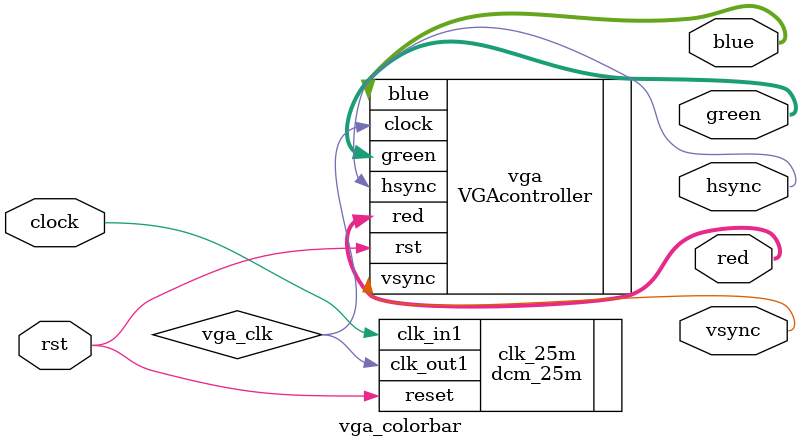
<source format=v>
`timescale 1ns / 1ps


module vga_colorbar (     
input clock,
input rst,
output wire hsync,
output wire vsync,
output wire [3:0] red,
output wire [3:0] green,
output wire [3:0] blue
    );

    wire vga_clk;
    dcm_25m clk_25m(
    .clk_in1(clock),
    .reset(rst),
    .clk_out1(vga_clk)
    );

    VGAcontroller vga(
    .clock(vga_clk),
    .rst(rst),
    .red(red),
    .green(green),
    .blue(blue),
    .hsync(hsync),
    .vsync(vsync)   );

    endmodule

</source>
